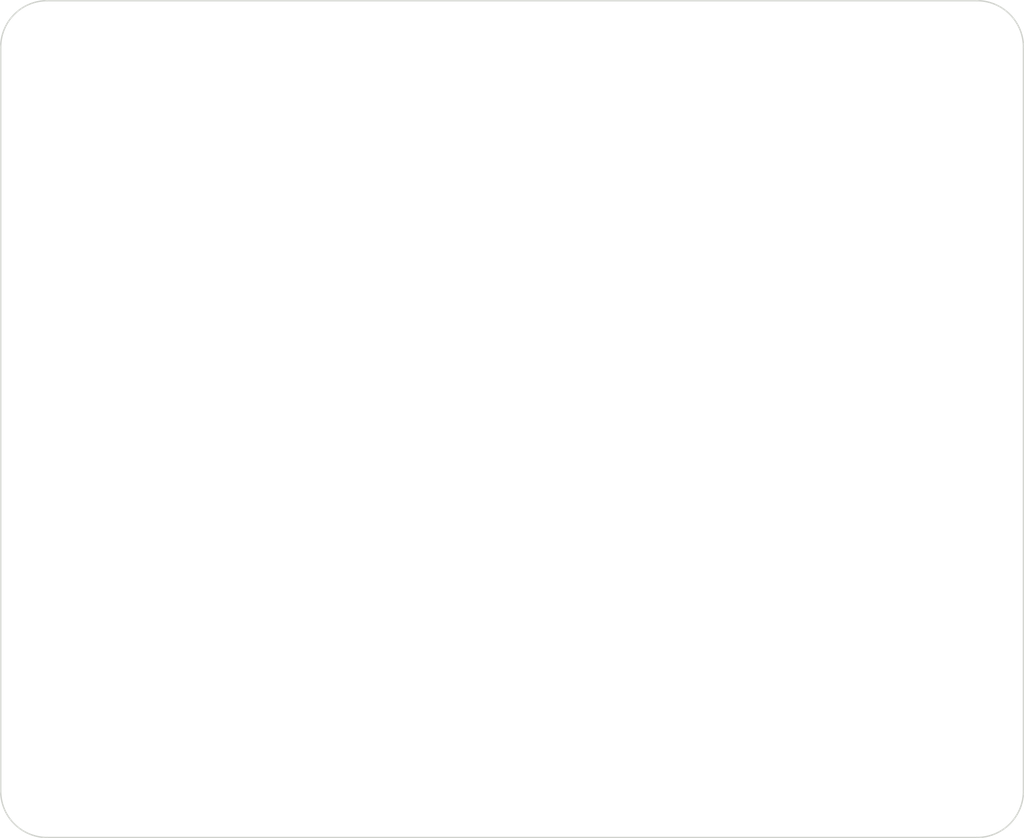
<source format=kicad_pcb>
(kicad_pcb
	(version 20241229)
	(generator "pcbnew")
	(generator_version "9.0")
	(general
		(thickness 1.6)
		(legacy_teardrops no)
	)
	(paper "A4")
	(title_block
		(title "USBHub PCB")
		(rev "v1.0")
		(company "RICKY")
	)
	(layers
		(0 "F.Cu" signal)
		(2 "B.Cu" signal)
		(9 "F.Adhes" user "F.Adhesive")
		(11 "B.Adhes" user "B.Adhesive")
		(13 "F.Paste" user)
		(15 "B.Paste" user)
		(5 "F.SilkS" user "F.Silkscreen")
		(7 "B.SilkS" user "B.Silkscreen")
		(1 "F.Mask" user)
		(3 "B.Mask" user)
		(17 "Dwgs.User" user "User.Drawings")
		(19 "Cmts.User" user "User.Comments")
		(21 "Eco1.User" user "User.Eco1")
		(23 "Eco2.User" user "User.Eco2")
		(25 "Edge.Cuts" user)
		(27 "Margin" user)
		(31 "F.CrtYd" user "F.Courtyard")
		(29 "B.CrtYd" user "B.Courtyard")
		(35 "F.Fab" user)
		(33 "B.Fab" user)
		(39 "User.1" user)
		(41 "User.2" user)
		(43 "User.3" user)
		(45 "User.4" user)
	)
	(setup
		(pad_to_mask_clearance 0)
		(allow_soldermask_bridges_in_footprints no)
		(tenting front back)
		(aux_axis_origin 92.6 141.3)
		(pcbplotparams
			(layerselection 0x00000000_00000000_55555555_5755f5ff)
			(plot_on_all_layers_selection 0x00000000_00000000_00000000_00000000)
			(disableapertmacros no)
			(usegerberextensions no)
			(usegerberattributes yes)
			(usegerberadvancedattributes yes)
			(creategerberjobfile yes)
			(dashed_line_dash_ratio 12.000000)
			(dashed_line_gap_ratio 3.000000)
			(svgprecision 4)
			(plotframeref no)
			(mode 1)
			(useauxorigin no)
			(hpglpennumber 1)
			(hpglpenspeed 20)
			(hpglpendiameter 15.000000)
			(pdf_front_fp_property_popups yes)
			(pdf_back_fp_property_popups yes)
			(pdf_metadata yes)
			(pdf_single_document no)
			(dxfpolygonmode yes)
			(dxfimperialunits yes)
			(dxfusepcbnewfont yes)
			(psnegative no)
			(psa4output no)
			(plot_black_and_white yes)
			(sketchpadsonfab no)
			(plotpadnumbers no)
			(hidednponfab no)
			(sketchdnponfab yes)
			(crossoutdnponfab yes)
			(subtractmaskfromsilk no)
			(outputformat 1)
			(mirror no)
			(drillshape 1)
			(scaleselection 1)
			(outputdirectory "")
		)
	)
	(net 0 "")
	(gr_rect
		(start 188.5 99.625)
		(end 202.6 112.975)
		(stroke
			(width 0.15)
			(type solid)
		)
		(fill no)
		(layer "Dwgs.User")
		(uuid "11233dc6-b036-4794-8462-49be92229c47")
	)
	(gr_rect
		(start 92.6 110.3)
		(end 107 101.3)
		(stroke
			(width 0.15)
			(type solid)
		)
		(fill no)
		(layer "Dwgs.User")
		(uuid "1e5c3775-a20a-4073-9d89-d8bf8e0e68f4")
	)
	(gr_circle
		(center 197.6 56.3)
		(end 200.6 56.3)
		(stroke
			(width 0.15)
			(type solid)
		)
		(fill no)
		(layer "Dwgs.User")
		(uuid "28f55a7c-b527-4957-9310-c4693d8e562c")
	)
	(gr_circle
		(center 97.6 136.3)
		(end 100.6 136.3)
		(stroke
			(width 0.15)
			(type default)
		)
		(fill no)
		(layer "Dwgs.User")
		(uuid "35482917-caf5-45a5-a4d6-78aa73fd991e")
	)
	(gr_circle
		(center 97.6 136.3)
		(end 99.2 136.3)
		(stroke
			(width 0.15)
			(type solid)
		)
		(fill no)
		(layer "Dwgs.User")
		(uuid "39172428-3b4e-45c0-871e-ae6e6b9ddff7")
	)
	(gr_rect
		(start 188.5 79.625)
		(end 202.6 92.975)
		(stroke
			(width 0.15)
			(type solid)
		)
		(fill no)
		(layer "Dwgs.User")
		(uuid "7682e431-0f4f-4a34-b67c-a16d3bcc678d")
	)
	(gr_circle
		(center 97.6 56.3)
		(end 100.6 56.3)
		(stroke
			(width 0.15)
			(type solid)
		)
		(fill no)
		(layer "Dwgs.User")
		(uuid "87af10e6-4b46-4fc4-8b7d-564cd326dfab")
	)
	(gr_rect
		(start 92.6 79.26)
		(end 108.9 91.3)
		(stroke
			(width 0.15)
			(type solid)
		)
		(fill no)
		(layer "Dwgs.User")
		(uuid "9f0def43-9d25-424b-8517-9c23b3ed087f")
	)
	(gr_circle
		(center 197.6 56.3)
		(end 199.2 56.3)
		(stroke
			(width 0.15)
			(type solid)
		)
		(fill no)
		(layer "Dwgs.User")
		(uuid "b19aae25-8268-40aa-adac-f5ea3c74f236")
	)
	(gr_circle
		(center 97.6 56.3)
		(end 99.2 56.3)
		(stroke
			(width 0.15)
			(type solid)
		)
		(fill no)
		(layer "Dwgs.User")
		(uuid "c9139bf5-97ef-4291-89df-09ffd6f4823a")
	)
	(gr_circle
		(center 197.6 136.3)
		(end 199.2 136.3)
		(stroke
			(width 0.15)
			(type solid)
		)
		(fill no)
		(layer "Dwgs.User")
		(uuid "f061a2fd-da1b-4a61-baf3-0670d087f272")
	)
	(gr_circle
		(center 197.6 136.3)
		(end 200.6 136.3)
		(stroke
			(width 0.15)
			(type solid)
		)
		(fill no)
		(layer "Dwgs.User")
		(uuid "fee9461c-0f46-456d-b6d2-5354667cc172")
	)
	(gr_line
		(start 202.6 136.3)
		(end 202.6 56.3)
		(stroke
			(width 0.15)
			(type default)
		)
		(layer "Edge.Cuts")
		(uuid "0d695f47-488e-4144-a6f2-24082363e830")
	)
	(gr_arc
		(start 97.6 141.3)
		(mid 94.064466 139.835534)
		(end 92.6 136.3)
		(stroke
			(width 0.15)
			(type default)
		)
		(layer "Edge.Cuts")
		(uuid "16afdd8c-082e-4b84-ab91-7f4d27872f4f")
	)
	(gr_arc
		(start 92.6 56.3)
		(mid 94.064466 52.764466)
		(end 97.6 51.3)
		(stroke
			(width 0.15)
			(type default)
		)
		(layer "Edge.Cuts")
		(uuid "36cbb8a8-8af8-4bd5-81ee-22b631c27011")
	)
	(gr_arc
		(start 197.6 51.3)
		(mid 201.135534 52.764466)
		(end 202.6 56.3)
		(stroke
			(width 0.15)
			(type default)
		)
		(layer "Edge.Cuts")
		(uuid "83c39a75-fe30-4994-9d50-f4cbce825cbf")
	)
	(gr_line
		(start 97.6 141.3)
		(end 197.6 141.3)
		(stroke
			(width 0.15)
			(type default)
		)
		(layer "Edge.Cuts")
		(uuid "a5774583-5aba-44d9-ae4f-c2386dd1c7ff")
	)
	(gr_line
		(start 92.6 56.3)
		(end 92.6 136.3)
		(stroke
			(width 0.15)
			(type default)
		)
		(layer "Edge.Cuts")
		(uuid "bc71f420-ad4b-4414-bc28-c825e3840efa")
	)
	(gr_arc
		(start 202.6 136.3)
		(mid 201.135534 139.835534)
		(end 197.6 141.3)
		(stroke
			(width 0.15)
			(type default)
		)
		(layer "Edge.Cuts")
		(uuid "f154b6e3-530f-43f8-ba5d-e11b580210da")
	)
	(gr_line
		(start 197.6 51.3)
		(end 97.6 51.3)
		(stroke
			(width 0.15)
			(type default)
		)
		(layer "Edge.Cuts")
		(uuid "fe3f3181-f40d-47e0-8bd7-ebcf773ca228")
	)
	(gr_arc
		(start 98.1 140.8)
		(mid 94.564466 139.335534)
		(end 93.1 135.8)
		(stroke
			(width 0.15)
			(type default)
		)
		(layer "Margin")
		(uuid "00bbaf6c-58f9-44a6-8591-e06a12cb8fe0")
	)
	(gr_line
		(start 196.1 52.8)
		(end 99.1 52.8)
		(stroke
			(width 0.15)
			(type default)
		)
		(layer "Margin")
		(uuid "02b94fc1-82c1-4bc6-bbea-5d719380d82c")
	)
	(gr_line
		(start 93.1 56.8)
		(end 93.1 135.8)
		(stroke
			(width 0.15)
			(type default)
		)
		(layer "Margin")
		(uuid "08de169f-6c97-4599-881a-fc2558b7e715")
	)
	(gr_line
		(start 94.1 57.8)
		(end 94.1 134.8)
		(stroke
			(width 0.15)
			(type default)
		)
		(layer "Margin")
		(uuid "0d6f8004-1479-4a27-8e39-5a0b8d39b488")
	)
	(gr_line
		(start 99.1 139.8)
		(end 196.1 139.8)
		(stroke
			(width 0.15)
			(type default)
		)
		(layer "Margin")
		(uuid "15e2a318-a80b-4ee9-923b-b4a9516c52a0")
	)
	(gr_line
		(start 197.1 51.8)
		(end 98.1 51.8)
		(stroke
			(width 0.15)
			(type default)
		)
		(layer "Margin")
		(uuid "31611314-9060-4c47-bf6d-039b292351b0")
	)
	(gr_arc
		(start 99.1 139.8)
		(mid 95.564466 138.335534)
		(end 94.1 134.8)
		(stroke
			(width 0.15)
			(type default)
		)
		(layer "Margin")
		(uuid "3a6d668e-a4f4-48c1-be0f-71995c85e30c")
	)
	(gr_line
		(start 98.1 140.8)
		(end 197.1 140.8)
		(stroke
			(width 0.15)
			(type default)
		)
		(layer "Margin")
		(uuid "445bdf4a-c246-4bb9-b633-cd8e4582c0c5")
	)
	(gr_arc
		(start 197.1 51.8)
		(mid 200.635534 53.264466)
		(end 202.1 56.8)
		(stroke
			(width 0.15)
			(type default)
		)
		(layer "Margin")
		(uuid "6c40ac6d-8d71-4c18-b8a8-598029d8de69")
	)
	(gr_arc
		(start 201.1 134.8)
		(mid 199.635534 138.335534)
		(end 196.1 139.8)
		(stroke
			(width 0.15)
			(type default)
		)
		(layer "Margin")
		(uuid "80d15c50-06f9-4ed9-bc1e-9238a4724adf")
	)
	(gr_arc
		(start 202.1 135.8)
		(mid 200.635534 139.335534)
		(end 197.1 140.8)
		(stroke
			(width 0.15)
			(type default)
		)
		(layer "Margin")
		(uuid "a2d9b248-a425-4f62-81b8-531c2e3e0b77")
	)
	(gr_arc
		(start 94.1 57.8)
		(mid 95.564466 54.264466)
		(end 99.1 52.8)
		(stroke
			(width 0.15)
			(type default)
		)
		(layer "Margin")
		(uuid "b0832637-0fa0-4571-9e2c-c0748973fe4a")
	)
	(gr_line
		(start 201.1 134.8)
		(end 201.1 57.8)
		(stroke
			(width 0.15)
			(type default)
		)
		(layer "Margin")
		(uuid "c45c6b8b-afee-4aef-9229-635773a6005d")
	)
	(gr_arc
		(start 93.1 56.8)
		(mid 94.564466 53.264466)
		(end 98.1 51.8)
		(stroke
			(width 0.15)
			(type default)
		)
		(layer "Margin")
		(uuid "edcd2548-5a62-42ca-b830-ccd3bab125c5")
	)
	(gr_arc
		(start 196.1 52.8)
		(mid 199.635534 54.264466)
		(end 201.1 57.8)
		(stroke
			(width 0.15)
			(type default)
		)
		(layer "Margin")
		(uuid "ef465f14-84f4-42e7-ad35-045162b3ae53")
	)
	(gr_line
		(start 202.1 135.8)
		(end 202.1 56.8)
		(stroke
			(width 0.15)
			(type default)
		)
		(layer "Margin")
		(uuid "f7ce09f4-f4d0-4698-81f2-95473e6846bf")
	)
	(gr_text "USB UpStream"
		(at 100.75 85.28 0)
		(layer "Dwgs.User")
		(uuid "0d636b62-2045-49f9-a295-97c341f701b0")
		(effects
			(font
				(size 1 1)
				(thickness 0.15)
			)
		)
	)
	(gr_text "USB \nDownStream (1)"
		(at 195.55 86.3 0)
		(layer "Dwgs.User")
		(uuid "10707f2b-c1b3-4339-8aac-85f2cccfeb6a")
		(effects
			(font
				(size 1 1)
				(thickness 0.15)
			)
		)
	)
	(gr_text "DC Input"
		(at 99.8 105.8 0)
		(layer "Dwgs.User")
		(uuid "ab49a40a-3fe8-403f-87c6-6e3a0850cd24")
		(effects
			(font
				(size 1 1)
				(thickness 0.15)
			)
		)
	)
	(gr_text "USB \nDownStream (2)"
		(at 195.55 106.3 0)
		(layer "Dwgs.User")
		(uuid "d0779a6e-39d6-4e3f-adef-936ed14f4733")
		(effects
			(font
				(size 1 1)
				(thickness 0.15)
			)
		)
	)
	(embedded_fonts no)
	(embedded_files
		(file
			(name "KRICKY_A4.kicad_wks")
			(type worksheet)
			(data |KLUv/WA6n4VhAg5exR4QJdBIIvIBlAcHjy4qVkVX+dDTdV0ZWLz2JPySMkqsydUMysPI/QVGEAIQ
				BhD+RJjuKTYxKsfIdpWV6vDk2J5X6Aglqh4UC2xAIBBrqFjKgLIEFL70rplzvTsKtThsjfhKsFc4
				KAaXhiJOWh0oyucvqJd3vncTh1Pf9phSvUYzWemO5GYHMRO4wNzcrdvGbmkw23Q3867elJzKnOT5
				U2qlPyy6R5igJwnWcftSo3xEKFTCVGTLrwxpcHEQGBhkYkQuPdcgnEG2F5EP5CNa51jLRe3kVCJQ
				OOKjKu4V9vEbw28KMjL2J9HO2/AwbO5rBkCepobE84GoRE7Df/Ul6DBBBiuBucXKwoZpULHAucC/
				v6M0ioOa8oPOzBsm+nCxk3ovNB84/Hw2x/o3Jx58FbA26hBCUk0RnIiJ7jKuutipYI+ESPo+J+a8
				1UbSuWRD9aYNkL2Y6qMDJH78T1RmmeU3lun+eb7pnkL6hdCRUYm4Oid4k3eQcmSDzZva9WYZG5vD
				8RI2lwHF50ApCMUIEfyavnidnG1Jo/GysQRMnkoBkG56JqDqhOA5VEtziSz6XkuRzoT1IJnCiBho
				p+jRmEU0qRZ2W1hHBl+Bwzdu2ZBH0HA5QPq3PZOtSSymZZ4qIjGo6m4hqNArtsaW2mGtfH5FHATQ
				Q+S02544X+Rak0OgIhiQ30s3kktwdjypbDfJDJsHWjV87PbbWi9vWtG7VrQ/5kvJmXkdJyb+nDx5
				ZFBrPEcgCGVrlIl/AxZtbnnD0amS5zA5N34La/lBdAk2i7sqobBg0xNqZQGhlBoVhty52p4iBi/2
				y3aOMpklm7yWeMs0Lb2gZXKQyc4kcdMzPiXKbHDi+Aadg/+G/0ib8hJ5LiVfq7eBswjoPzDPSKGg
				i0qzu5XJRKKQoIhYVw92HE+jrPOPglHfNYG3tClgmQQH3tBPhMnZ5xOy/hagvR2KfL3HR6UlexVc
				uY6uzJEK1UkSpcQLUPqnrTCiG/UP5dvXbFCNmE0GwwmrIhLSpMRPH9BoFttJYeapsa0j3VzJ/4T+
				TcHYDGO4pt5PM1ban4qUH/vLLUZCdyriUscWzy/HDj2lqVausqjuC18RpAoKiUCf4oP+rB0o51XK
				4H+9u4oGA1Y1Ohf8V3+kn8ibtkefUyWd12mtfGlhDUUdJAtKBfznDl0i2ll6vwqhgwn5m7d2SYA8
				vEbFojA64jva0N+ksKWDbzcMxpf5B7T/5V+tQFWBkKGaeMeEQrYhbiOfXUrKj5ryIDuYbh/HYBFF
				Fs/eaEHnhi4nuMKHnfHZg0EygMW+oBu8khyTIg6nXtrinrGN3xhNaFjZx3EVa8WE/6BopfLQ00eW
				DhvNcl/ZNJyyNhx4Q5OzV3cGdgxqfEGhoPQLGHootDKrMLAMNAbkuTyTONBBh19iAkJICdWoSGBw
				YNZECq0c1vC06phCuBAY1K5S7IzdLQQRwciXw9mI8t8Qf4I/FmfWakUqHhCDUBEoyzAyEBFijgSr
				LAyawq4JVhwobRsiIIUzOP/hmbtFm73TRqARB0UUmCJRGFuxxKihHGffRMmnPaDAUyOjioyydYcl
				Q8ESDVmDmMo9i+oMKgwrihKHV4i2qJS/N41dmQYToMMTkWpm7p3yGZBXhGJZbCe4Fk67ru9QGFkM
				nw3ChRTNa/HmZXPL/Ok1comYG+XjxNe2E7bbbCgbwpRIB9fSYWKpGIiHONeHBidO8HH6wT8WludD
				MF+Ec+PlbEna3RvPu19lDQfP7W35Fjpbw1+JbvwvHH1reJdWnnv9+Lpt8TwzN2Ao31R5fcdAooi8
				tshTw2tjHnncu0WkOJp1LnaKJDdl7PkTyO/kFcYPnTHlw/KRxUIVGNtFOPyDEeMMDtbcdjx/iZsn
				bXjJpuEbdxRAn1ru4fA2wWt0I6M9eiwOB5rsvcSBFNI/BGQX+MeCGM8tSmvzbn8ZxNduJ5Ygsjlz
				U7AGUoZ6gnDqPl5cXNAvGDAEG4QAV7T7xpCK8+Aaq60qCNqr4AIC9AXxtzx6ddA1G881ZIMjz5ur
				c0jQiD69wC0gxD5EZPKVEhSkLZPLc31bcGoyWLaQhyFXv1eR7SGgY/6C58qG7xqHVt4Nf4KpvNRe
				uZnLSju9gYTDk8M+llJSyFsLNw7pKhHzWrHXLfqvHGExxVzs9cmkMMNuMW+tziUFb9rWettSsHCm
				DEXAF1spFomllau40GFhYTtlihO2lE8b7TEtugfNoUKDAZkHMm1SzVmwgelAwmHoFC0biIfxPGtu
				1X77yzJY9LFeT9wDuRH9jXHICFNHYANFMXgGWQezZQ9oiKil0yFFPyp//A99GRVVTO1C/AfhzDt0
				Q98swLvF2DmoSGXnAXr6Zda5xWyvoEB7+03hEJiXTiKYkpLg6seVJoFg6Yq1+4uDXQMXciAOnXpp
				fsrW8iGZRr7FRQr+qNV5o7yiJD+8bbhfxn51LVRJQkzmGMEm+HRlFYiF0/C3jwqGcpkv0x99tizK
				ZcYvDy2IaNwybpG9Gi3C6DI2knpmfnJYDcFwnJcDttIfoH5Lzty5uDPoFo25D2BFcwdBQIURg3So
				IAcqfmMsdI8G31QxFA6ZTY0P1yWjLyff7qX05y43jf9iK5i2uDA5le7XYflVPiXko0KKqFLWiKsT
				EVGMjCjHoZ8MwkhipNkEetuWL/1rL325oC1viix2cac0AwzxJXN38/1oCB82TtUuA47OeTMTBOLX
				GPllTgcOp8ITmvmJfKof8vcXiJJ/9dfYhFfgRsRo+d+LZBgDLaO8bV8Ymj+1o5ATupWkMrd1DtLb
				J6LfdBy0Yg4vQPUnTSWOfRyW/DYPaXHy1ZdxzPzhlNfOjZBAP+qym2ZiIkjT0+/MG1IEVT6akBDX
				aK/irgmrVUzbz1SWnOtLp38AKpgXZuSUG569qVrHxfmCM0WKICCyzXIWMzySorgosiBJCNaP2oc+
				op/gGc/5mGc+p5EObp5QeVW2gQwWJYCkaj+wB2JgeDHCeyDS7lhZw+W0QeUOevWlPIU6tMPD7Sns
				9gbSX0NpnziB4YCg5ZcizYc1WS5EJcGj3syhVFYw9P8oz8OFAS9UE5cCw2FhIWK6Yk8WgcVNqixU
				xCCgODo3/1FbYF+ydKtcxB+Dv7pOX/Qp3aXQlhda51zLr+cJD9KAqmei2GIZKU0YWaRIhkxSc3bn
				567OoLNfT3m/6oA4KEyrK7PBFBW6UZAIzD/7BoXYlq5k7LPeqTpvRObva/IFZT6yIRP9/kLAcqXh
				FH0VHrTwueUrxNFOrLCpXm0sujAnxFxduxfJk48VbQG/r/1CG2V9DwiYQiMVCKppYlSetjkn1FZ5
				hc60Jk9raObydgYdY6Wr0n3jPpTNM0g8oDFOSb6mc5WSsvS/KgYlS15of8KmXAbEN9SwnNVi4lX6
				Eh2Hb5+jWI1Xu4j//xuj8BetNYON/8jScv+NjGUEyiY6HBRwzcwT7WAzMbGFjz+ybYgP56Gcbt5K
				/gcimnN1717L85UROzeYHIax0N6QhGqk7UGWd4Z2Ox5BDP7izcD9IlleA9+HyAItRP7k63kcWxPZ
				xq1qeD3gV0MbFCiIpZJbFJj4yT4LQQ7rvAdMXmNGQEbr7rDjAWZO6lLpw0+MFYdypUXPoIEIDo6g
				bKtm01ZoKtqYKGv4u5qNL6WrcxOcGy9PH3EGXJlY5sRyCjIUfirXS4AiaYUO/Z7sG5MSl3yYfi59
				/hXzr6fUlzo78gQTEhSDyxIWKdfFR4TEOawO0R0BEYojYVOoTA0zy5l8suLl83hAeyMgsuTfNk3w
				pq3mLbtOdyPUKjxBkCt5GIlxs+djRfs+//vszdk69/pJalX2+dZ+YuNVNfmd5g+aCwbPIzrQzE2y
				aTj7fYsvSSJDNZq10/BETE35RNZi/Rrewuh3YTLjJjNEcUQJHmLlJ7DJPwwJGj4yckAuqUSQNlHt
				OdVsDgOYzJijkIWkKrWxqiDdV2wno029wgJO24RsgUjBdJ/DE+8VmgHHcU4jNQWk1HbdFbYrGq2O
				PFyQxw4z+SsryJn0A5Ut787afruL8s52zxhsFbtosqjdGzJXiIwiREemoLQYExVZLArIVw9Egpkh
				VEZixcO/jxriQEAwn4C8UibbiZRiMFABkD0LhEGVSJGJlZuvP0/Rpt/svygG9dziRJdak4mamXcL
				h3Py2fLDvMa/CIuAu12OxdGQYX7PzI3E0i0n00k/RZUZ9DVjchnix0I10kFtL7A1FIGhQ+Y7EFKX
				Y8PZIsxZJPtbFnOknPnCsGDaNJ4bigSJIMCgrB3SJLF1e/ChJsLBGv479SXGlpQpz0UfSLZGVLAG
				i10E2GRZbqh4FaDCo6NiWcP9WgYtCSh6sCtnQXsL8LAWRsrCtPq1gkhWrOlEJwlPXHBenL+1UJDs
				eKfeGPotyfOZnL1sglB5AA2IOsBFWPIu0ME8VY82WffwjMxVo8/5xZs+LPX6eD+93dXkFAtt3pHv
				/WtZh3M1hpX8Euh16KV40g+CyeeRZk3bmCiKPs11XZyB5q3hqqZxsgZqWibBChR2LAOITdFFVkPA
				kTwKW2xcbLagxgMdbfCsrJgiEcfYELxwYr0SrCi6CEGiFVdrBcVQLQhcxLVWKCUazkjQmopKlUkI
				kobGiu6JhKs3hanrfQZS9TzuKFxqRKDCAhdpCEHArDWkkF7uynk1EmgIw/lwGGvwGrlQZ4THocaW
				uyKpitoMzbjDSQ4KjnU6dERwoohOrEFzaBzoieZIYbedjJ8xNtnTb6m0XxFQu91RSoGEKXN8oHZ0
				WLywUk9PYEZDGKwIoEuMfFhcX2/CRRV3/S43vRJriAbU77PU7nJRC+3n9FUnlADLTrLkwSWHhDqJ
				bPiFCG39wvPwPk/yOrdAqEgEJ3HGQEFAgsTQaUZLuNoDaqktNxkOp3QhTHNhIRmi+QbB42b6Mqoq
				EhHOBUm0tXBO6YimqJCdFedwECM1UlRFJhdj0mBuosJMNQPPnYg+m6YiNFA2OQfVPFzTzPylrsLc
				QIMX0UAX3ECYaTpXaz5XO3gquHkmw+xYB9OpELMzDQAAksF0poLpRFkBGlRm80RV00DOjHCoaQaN
				05icFSIIg6bpPGX4AA4QY5E8EGAcUKriAXbFNUbH5FAQxjMICCCMwSxY0V3bx0BAPyCAgCRg0Jot
				EzwMcyQIOLJGi7BKQqUDqooxesABkAMQBAHKEWFd1akx2iVHcgyARA+Iy/IkeALwBhCArAZwQCyu
				b/sPeEtX3Lhoa7ayRgmk2o4HdAQcxwEdqbyIk0vuYA4IIIAxBnDANYADYrZc1/ZwIKAfwBiHJqgI
				XOQtAGqe6mJAAQIIUA4wjsMwGAQsByy+AVHXQAuICgRCxYACHJCAMhah930Xbxmz5eGAxUdjWJEe
				zQIJHGCM42gciQEAELPtPw4IIAfArTuAYwAHjHHASALIAUZgQb8HFkUOiMXSLQ8wDiDZ8i3Ztz3E
				qnFA/IoxPIABHFCuIhsfytcAaxvH7ei28Wmir3EcwKLmK64LiH+pHiBwIMA44IxJdC5ZVD1AAAHH
				AWWNwjFdxgYAgKuIS9hAADOABQwAJcsFqO4ADnjbWHxLtjQP4I/jSBADOYBtUfgtZQMAIAACgBHz
				AkjxgCIMEKAy6JT5u4UVbI6xfKcanYkJobjQEsStPGReTcM37Os7sx5CTTgg1/wDYrmJ6zpvxJhD
				/mfW2lxMUI3nisNZ78Hzm85kbMwbJvzJCXX0ZNOeHIIiWjQWcdLCQBahtr8wrY9l68zcEFQN7wT8
				YtJXRAw4OYLc40ORNpbglmkD50btQqegvyoaPvmF0sSFW2qYIoKvAuVTiVdEAlNC7Q21zbMzGz9b
				NhHZcjw0fq32zv0zArvK3OQgiLGY0B9tskLSRLCnp4xtkAYTzvyd35FRE5dMYPGlBW9V93PftEBG
				q4YSi3kWve+0FmBiVztl7msOT6atlBSvyplvBX54zyI6WInrBckuSwYuklKTuNe3euFl1CACcHEZ
				IMXVX6aQdcJHs9kmdDOX6/0ivTM4vmHSmPWGoxNQGWFX81dvh0ogtLm4aH4UtPfrpE/wZ0cOOXq6
				p5q8dgpV5xc3c3IB1nUnCOsMS1Nv4dvGDQVtI0KamHmNidONEfi03n/eVmZMGdDcsoWaFv4y4MnQ
				C4kz/ppti9REbNOZEAaktRVrcjAOM9eWDeInIteIXPDJYmOLHR6awtJN8z+3g1WTg6VjPbqOjCIO
				S/oVJKRzExEebc7gocI+VwvZvoz45MAkGWyiNcZiWRQWLgoDYgrd179xvCUosh3ss57rMQZiqkQV
				s3x4vOftI53YCCCxM3ME+TVW2N4Mar9GGXWjhivCEwQqrCssC7Y7zyqE6zBoB0+h24tsKbJ5y8Td
				+K/eMxVWMdpvKLkaGSHnPYTrF19l4muT8xOo5kG3aYs2fUV8RaJdQEw+DghNG7AUqVQjEj+aLZNq
				hDImFKsBzA23S4Ar0op2TcravsaB91K5jd56a0n6Danhx2GhA1lXd35TFcHhPzSJvtynchHnjqV8
				2zKdJFh0W5Ff6PJK2CknpmhK8iygYFCsS42FwiMOpFa+Coc35bpKX1CqDscPTtk+NQQ14ZIJLhwx
				sMV0kOjFfnIZWeJspw62manClDWcCzzl5dei4dtJmLpNX+nBLw42/HvdV3J+MtDT0fEv7HDK3LFL
				//4DbwoRBKPEm5beYHT+i8MGLT4JwQod4ZQfHv4Zi5eQL/MHF1DaFAzNW8p/sP7qNksX5JdAkZoF
				UWoNlsLhusOb7dCrqZuE3KTKxep8z6Q3G/9P/xqUgRGawmEgt4iBewfPemnxPRX40e/XXUcUx2r7
				Lc5P2rP3tw0+3lU4HDQ96DBQIpJoY+zqb+FYI23mT/K/y+fm7MHljxk8GLA2/iAs5yWl3lA9og0c
				EZ8oxjHLjlz6GpVlP8uC5SOxa21WlCIyxAq67g9sTeLg7J4vCPb8ovO+hqTTdAPpeYG7eWtZVuBT
				E9morfNpIX8J+eIBUkFJFqr97QfqQsQUXJe0+NgSRlPZprpGsMiIrOHJAnQ7ytAUpLJpDU7NFMjb
				UPNGICT+ysrOBLqCeJs0dyfmbGDJj7u8M/9mX0zjY/YjcoRwCdk+yYjZaIflnrqxDX4VXcTs8ILw
				ttJ2uro2e9HNnKk3Nm9t3g7IjwOrbMNikBAynlVd6jn4IG3XfrOUbM/DaL1zwzzLCPbjzdwxNqua
				XMauBuEKjTMmappNlmO42jKePYFu0re4bfx+qob7nn/zkLt7Yjk86Z7N4Z2p++mNIUOqLhDoXmrx
				B8KkQ6WNLN6Eo0gj1qQNzJi4IgzBNx0gTQ2WJFEbO3RNDk18UhRm8BsoJE56WyVaN2upkjel8idC
				KU9w2jWKFSiDXhcU+aOHvpm7CpNTDleYhhVZxaJj6T0c4OqwPAdJXpskxTIUT8WX+K5N0bLzu8g/
				/uuq7PCt+hJb9+ZgxjWsqD1eDrAzX1jKkJjSCB0WOBD2revNzds1v4HICMJJ5q03WObQigi48wCT
				sy7UxDGgwHvAvQpM5CH9oU3FXsO5cOYex53j9Cl2ISSEJ5Ul1/1Qul8QLPQu+hdkS5EvzzRHPFsu
				u0zgltV43IZYEUhV9epivASWku77gX9Bk4wTkA5utXAjyBNFZh7NjxCaw7S6LCauzg20TC3ifpvF
				JyhSjbDAKDcswa+98KOsK3hIxbCnKlOf8rX88tnb5h160zSB2w5BsXL8UMhmcCS3YyJOZuQhwzGC
				6+C0yXreAht0npImYstWuRuaqxt3BlxdGQxzv1eA/+bhH3YQNaetzRun4X/0dj1IInNxGfIzE4TG
				WvJhZlBmKJQnCInc2Qra8rTDgOJdhwQFHSrNeIGvpIE/aKqB9oDCChCQbFH70DnmNJ6r8F+3tWwN
				H5uG85QB3y0BgoE3EGiWxm+LyNy6BU5X90j0WiyshM5YEEYOa/65gqIX0MdeUpPXm/elr2MUy6JR
				MgkV8qIjkzhK0MqnVQRI8LvHouglmn1jGou+4kCwB8Kl/lggiF2WXqSGQiBQK+bDriAhOeKUQhh0
				n195lX6peWMZqI4/GP/lfLpici5eIONM3PQuItizokTgeDapLNA+3rbvcr3TWLC7kWPKO5v8UB+W
				hXfAUyFfTZ3eAANvsE+c27awRrMPidl4Xm0FZt55y9LIYEcHTUosFDwKQdxtCCpHW6ASxXYdLKy1
				wZCTXYN6ckGPyxMLyHzMkyOU4lMRWhr56ag7RIOfyIKkwXMoj5H//avM/cfMOO13sDu4EHEyWRK+
				EU4WayHBFRITN0+jx0FbKPLFEfpzap0id6FuS3lAtKnnenO3qAdVakcadPjPdkSCi3+UaIQV0EOy
				NZeBZTuRxZCOUii61jC7HSmXTwLv620lGlMwVPQf/zAhttFZ56O0xc6NPNHUwSFAL9Dh4movyGPm
				RsuM4odEsYNfzLkAzNcRNNZVAbdPUVO/KTSZsimsbQhWyBzAEkaR2TtjtLOHs7DRqnNnoAiumfnr
				nCg3SP5P8a+wquEQ6HxEB+uk8TIhrLvyKzhDrH5k7AWgRGnRP/pZByFeE9QS2pTIf7KcOYhu3r4U
				DKKwDgx/XKjUIoqlZCg5s4Rk1YC7rIhYPIGKz9oGYebcYmOKGPPpMHOOBt+EaqStm3VFVWljcNva
				sOlLXVAjdWgOM5Urkoyx9mEe7RhXDD6kZWzhcLXRrmn4Fj5b5pLnXszN40s7HR9jQ0jnGMicmVuL
				FXFTOkWTq47ny/m/UwkGbJnlnby12CDFvaX8X2EE3vpwBqAxShwxInlUKZENyaCvdSpz+BcsW+bs
				kpv5IXLPaSSNPTzXJTBEjXcG6U+jNaFMAk1AINkXKHgw2eXYeDZ42wofU2g0OCfbXgMmxwb7VVue
				2M/MA8iTsAO0zcCVSuaYWRz+Mai4ysqX0RYO7dJp+EYwJn/J/R7y1MTtHxxtNR4K/Qtl0t2U0Rl0
				r8lbbwbNDbn81DGSHxlDFVbqwHKPFaqStFXl4ZciJ3b9mxRhkbVN0DD/LjZJca9TBr23oSeyQgXn
				ii8FTDzZQ4L4X/fwsl6Z7pk369m/sGjMzgSUQN2Gv3yKHHzjZb+61rdNgUrmGwWjn6WK/kzc7GOC
				SSnexb2DGWrbkCkGFKiJvRoIYQRpHSzuz/kzcJCCqLVPGjQ8Wz4gP6Q4Aev8EHgH72BzikFaeARt
				dhwRsk7Gw7zXbvezRaVI0QnKQ3Xwm8Jh8VfWUCJSAymVxi9EryW5uXb+YXVuzCAIeZbQNJySGTBm
				ubHLE7cQ6lKT0cSFYYkgwIOqMjKVEfxKy9IODVwS+ciEXmNNjvX9tttxHLeiNlhKLHAnBLYx0GKV
				06iy87VydD1ROB/2cxJLaXPLs52xNtrlPBySf9IQofOVSw4clQfeOzabygqQpsLlu+DIfgb9PlAW
				fOIam/Rh4MV1JsjKgqwCGb3Cmzmb/pihKY7yjd8s7gxOT9UErpBso7JiAXiLYS0WSF8e+zlzQ+0Y
				nSAv4jDKEacsgalTeknQ4htJqcFAlU/fkGanmsl95PlWE6RZhwcyRRie7tfhMnTlfu8BWh9Cbal9
				ddDhrKDZYjdzyNwCkf+01bn7coVBBchD1oJ6+wvhI1uKMLtDfy+UxpBghDMVbVpBcZBT37Wqhqea
				0/jvNm219WySkJmOGr8FNMIivpg4fJLOrx1zoczdltQ45x/t5KN4eVUN31oGyhzOGp69sVtp1/MX
				CE2hYLgKg0B4hMGilkvGED3xKlbEkvdiCRQodIu+ItSuMp4iDia9aRHITBMt+3KIrnEwhLoq6HK8
				YHJ0caDac98ortjZjkXe0Qm3cMIifw+mKisagicMpIhXkW2CxtC6zDyx4nllUt5qqz1ZDAiPo2bm
				48kLUjNzBzY51sooy77pYjOkgjUDIej9TmfmDYG+CgaCkbbP15rxsqbceMw5tyXy/yyTRDc5lXHD
				AVE4vkYVfneIwJLQK+of6sObHZJlyElrh+2zecFTmLlBWucHlV+I32SJy1OIbrDKsTrpkBQHhlAc
				08NNawHCxiufvH2BLmGhRsFOfHC2MtLZ+D+D6LNldGp4AvlNbTeLRSDq+jcGxDIdRQveSS0UVCoq
				kKRdwXqBHC5pbs0epSP94da5o1gPrOTb2LQoBxxVtUDLKI8GyKFO/8BTi63OVNl8MvzZj3c4aJD0
				oLA0LoM9f5SC9CdzxxiD6WPzZyfmzGHm//3k7ra7M8NXysYAuYnR+c8e1FGtafvtUGtyOaWiOREn
				z52O0DSSaiw0bJbUujxtinAa1UDAoTWJhJJAEFgWQtKCOiO9Qyq19VFueDP2oZppKxcYEdeyh3MC
				8zXkzqSl42tvNCvgInZ1vhi58jUNl9Fn83JrLqZRyUJUPtGpLuoaNgztTZSEIPF8gga3LTLI5qjc
				IlsC2XqXy89RiSJLwNzh9rylxGYmUyxtsa60I0D4shKKuUJRLZS4+d+aHPQcLiPeoRF0RGdsMIvS
				NHAw6YkpnFVAPqWJoPGAyXY8DUjOL5LTQ9Xk28pAonxVaZoqchkNGI1LVLSWeDxF0IvF5KUeHwFV
				SxzoB2W1U0aIcW9ANb29EgMuOrnB4PEfPY/UyI9OGbJ0qSg2aRKt4SOHGhoovvSfxNIQjTmBNlsw
				dlz1hCL89wssFoF4OtWQe0P6hg2GcEqMTZRglNJxD+12OZMrmoWW4fT8WjVuAs+6VpquGvhQzgSS
				DRwCZuft+Y9PzC02ZnlbwP+PhZsEvjeFYcCHN9zu/JCw2QO0jC2oI9OmkvMDwsxjc1NsegMpzwXl
				sUhYrY5I6zW5iY4TVDzzMVyMS+CUnz0ROsszssNBlKEa6VtLRAH1AlZ4ZvD7sQoEnqJNbpz2Pf9g
				jHiipwefqWmXCfSdU759NgxhxYWjRMCLODiK6+EU276goGAfaDlB+9gy4HINtphY6G6C3MVoMLk0
				oSYHj5pTaJEfRv1k6aMSehQcPdVoEjMiEENbTVRUMhK4KlppYQnvQv+j6sn5OyxNqG1xXQmSgUyF
				2QgW7Q05MVrKN8YmHV4lumhl6SCllG7Vrq3OmVkemL9nnU8JLhb8e2zVudDrWJObdTAEprf7Y1Re
				AdU2A3SSUhzjXkE+6QQxJJh3wb3V8B9P8t42Sa6xjhMaR3coBV4DJuYhR2bZWlhIjhF6cyn/Ex10
				Pu4MpM5buGFqR1zRLnnjokC3m6WsvTZSF4S/afLmZqetyLuxMe9g5ZdPVzZqyyYROBWLb5XJdCFS
				1ib7glmmGCPZAkZ/Qn7Bb2HM51BjQBdCTAr3TKsZ2JqL6dJQodLLSUgEYZqZth14dwYXHhEIpH95
				tWsaDkpfcH5s69xZyMq533MbIJnhUWEtWItONgMuRx0SY2z2ZZDjux3CsnMbt85RFoQDCdVI21E5
				hR0gPlfhGrOnOED0/5ZrH7wy1LCwj5XDKWcfjQ/A/PjS4kGod04Dhk/sZU5qLnDEwJ/8kgVEyM7Y
				48y60GZubNY52/KLIC4Ci5BiedMutoArLV0kubTo8PiCk3hNOH/2PwbEd0Q2y9f1hhR6dwjZ/Esv
				r1ow7I1GqqsAp1FlDLLLx1fIGo61ASwekAUvIUwONrxA/fbQNDxxvnpybsCbRBx+63mGrNlrLwk9
				c01hqpTbzCuHb85mebg1e/OK/JX7NQRqgzpRwpxOVocZC2SUpybuYhXhoKdmakTqHUA4HIQY0Ki9
				Nx6203CwF7EdHLoaGPouvqFxIG7nEveWlukOmqKfva37Qvi33riGFigEa7LQwMQC9Nb03Do2/9eV
				joysvKYMrs4rp+Hjkn5p69xQedNa0CCpNJpeZFi8K9cyNBblkp+4EK/ylK1RPFQwZLJOD5CnMF3V
				sTPkEREryGPnQ2TX8SPD8sLkncgTiX+tQ64GmvhVoPUejGgMenxE9B4/8JTjZ3/QQ6kpf1rnpxHS
				MkrYcTariABdn20hkXxGxjSiYX08+YxsHnTU3VW6Baw17tUwJc/omf4PpQFlca1SXmGC4nicH3Zq
				dWZewhN3S2s7g5fUAkpdfdpC+Qmocv9loF+Vo/V26IftQSdNefSemOgvy7z9EplK9hsyJ141BzXD
				iUK0MFTMtQpEXqGvSBOLg6Z/+Zlmne3Fng/UOyUPcR9WwyFn3Kg56d1CsbldEZFuB0Y8RRDC64qS
				d7QO5gRDzGNR9Zx9GIzNQVhP+JVOTVJKCWlvYlURKP6Cjh2m6WyXMTn4uYL4d94mBWv4qMZvioj6
				Exbel3RjunurhIZwvu3ca/LvfLTZCYULbI2I+CY2SD1OjhyWQRCTC0HYSIqQj5hmlz0xtB6f37Ws
				z6mPYxHzIlfOCLcdoj/iTY2xPDhz6h99WTAP1luquJctGCuAnm9NHSS6LRNu5r2yxM1HgnPi8IHV
				uTNTgnmDDJgvjIX+CDCGUDeVBen5T3T1x0MmEH7giH61D/QRsGKe9PHoaMpbktJTjZYQVMPWmoYw
				UIrfMnqTcTF3/oFyYV4m3bIdIMx8qbcsCXYDzo3n1tcMaFF4XcRH1JP0RofEApHUa1zgT5okxvk1
				2a/zaXYlqLDAVKznzK1JFgyD9gg+g4GwgsLHThmyIokSeelPgPsGXlxhUiJPxOCsO8qDWFX3NX/m
				O3qT9R6Vqf/NgWYuIr8xCnG8jSCJXlVqVoih9FjB0vA9+eUPZEuprKjn5D97M8ilx/7mAHeeSk8U
				ESo6YR2wn+ukYqxI1M+lE2FA/krPu8Ic0PKfKMKilZ9nUQ4Ul/PDUDc3fnPkQ/pS2TScExiwS7CI
				ui1hkf7STslYpgzzwlAzh40No7KoPCVbXFELIl53+drwJyQdPMjeGZweKrRVok3pUSZhxBB7kZnF
				VBkyM3tu3zlBnNUchXtqkEUW6SGcUcZlaRBljcTzZf2FPhj/Jv7lYm7Z1HA55SICwyTMId4IFQra
				c1pBEobzXxRpR0rylCvPpOPjwRQ8tiNev81iEQbLvTR6tjoFiqgHiRHxKViQ8cZPDBCOh/4R/wpY
				9JEODjZkLnx98HquElmyQCBTqJFcN5HfgvUDq6wy7pvl8G1bWCX9kqDzRH//65of9srTxP7sxgqC
				JjsMtekdgAXWTvt5bpkflYP/aMrgKahGq+aZOSts0BHoknQD8V3NzA/EsrSB9GvssTuFiv9sdb5j
				Lgoahy5Nb8rQgjGvlQIRCV2wKBLCAiPUx/EdDln4R6RJXZ4iBERQT2+COUIBYXgnzJVFN/INTA0l
				1J2yISSpE+2cMkIF8JA7Cy621B1blh2eiJ9af1PAvJc3hNlE6wnus4sJ3ZlIcoz9OCnR5I1f6GfP
				f8mZQxf3FJrCvIx86Rv7R2SqahqyucMs3ykVFQKy2sz1xMmrajjm8MHDK6xzFuVXMzWI0z4eZ6ie
				zzwItYgllK1J+F8W0E+P9BoQoIdwtRIB79maHVp0976ch86EyVPpE54OctghT/Ob9MX4zYB1QfIx
				UGRcKbMrtXnYhw4UaP9ZPjWRr9v8v82wBq3+qJp6hbK6Co+O3j98KSqKI+myMnZXBP1D/5GkvrZr
				tEKSNSENvjmx+AjdN9a4p95HaokJMW2vybs2pD6CdR5IedOCZVJibXK9Yrs+slQOEKrApS96a2af
				bUwxn0DjaaQuHQWnmZu2mSJPutCWYCCiO35xEKbMx1CNNiFldwhYL0wqFklBfqkS8seHikdMbd34
				305FXSZAu/HckJX5dcV0qT510Ys0eyopVact2YlHylHy4ykrCEcg3II8vZqcSt5GiQMyGqAmkvkI
				7NMjFDLfNMgDJmBtziNSNzFs5pZ5p971PNb0ltAI/FA6BvK2oa4ofmQ+bR5Woc7zpDBI4uUyCilL
				/EkcIE0Rni03/vWdRSG0Q+ZaO7SXJgZcgaPS5BF8L4xcz2AVtKrXMjO1cJRR8BBZomI8haUD/6MB
				b4RhgiIknRjOHWYtsNdweerckqipt3w0OwIN3BloxlpGB/dQXhU4ceLSIWa+ZY/ocEN/4XF1uARz
				RUkWOoY7lwUkfWugTETMfURBIJoa0T8zDwMMtxDst5bPZm+C+RzDDPa471QcFM4HVs88iW3tjzDz
				o94SZWyXdjhbMiDLEXLhEz+m9kZyqMX4A7sugadqn51EZYJ3ldEbaPnyoPp9/Ui0Q2VWIXmnbU5R
				oBXZvqDbs885cTl0M6eGb4LEy0DmxHsBYZZZlhkxzFVMvlxVWbzjPJYGUP6whaW2D+HaPmzH3lbW
				+B7nwWNTiwKOlG0geAiFhK61sHUFHsk8IQ4thXTdlGcenAUNB5ekdY79VZO/yH4bZ3fh3KYJaDHS
				ZCEx1F7GLl9yJgksaJOnkr9v7+2qyzKhKZiKHAtjCrb1glK8lP/orxHe+IOBdj3ykhEXImFvOKSz
				NVl+CNaEv8RgrVAIos2rUTmSPfmoe0DjzoDlBoWbpouoa6t4bxq00MOINhnlI6RV5dqp6DvwZ0uX
				rnfIOnzDGHBTv8Ry5mBTmBaKyR9hkiRLGRzjnEybI62wc2OCAanu6LTX4dRL/n3A3s+sucdnAva8
				+HdZRefttZT4GyVUJiXPex8XehNQzcyt9pPR9gYkTw9cIPspdcDkMFZMcddZBKYbWWZ8fqIvy0Hx
				RDk3ni+eu1+SAuBHW4OgEp1uqx+j+OS2SStSFm0jkMKzt8pblCljWudNLRPO/RYSS90aBuMRArH2
				FfNDRNXzl3iKWfzpnqAyWG/L1hmLobDKdCkmZD48NCBWPR7yYlEyJM109ZXRLyil+B/9HwM66Rb2
				8iDU/uWxBIRtVJTF6lijRgQik5WJ70EkWSsXx9cUspJiVlaO0wt7B+xoVUAqw40rpN6iZcXz0vJB
				MA7228uJPrZG9Oxbdr+ZUQXz1XPheqWkGz3TMcqBOwb0jILMP3E6KEhwsfOvqeytWRcM7BSVI2Ad
				tp4UxGOqJcEp5oj+E8xHE2NbqG/yP1w0lwDLi/OoYuyr5Li4jBQkORBTWInYiz7o//s9xvT6hPZP
				9iUwIBAdZL9YCMibO6sBdDzHI96EYzX0wJwubDLG9f4nXxG52mSdboStc2YVSJWnQBVqVEEATJIN
				5TzG8djrh97ZEcplsKGUkbEhgfwav0mknGCSC9q88m9v2qsxU3SCLJFUQscaIIoxMV1t6BCkjJ0y
				WWpPXYU/Uw4GZSAtNKmYrSQ2I8JJgTkr5irMrnFxJmnVmD5WGhxzE2ww/pC/DFwg8oQw8w5h8vQA
				CRqO7UDTGpsCJiDePEfaeHjvKC4Gy0e6Mz8smjubYuwuur1dXtPw2M5DgFURWZ/bklK4r0MPdyGE
				D/OrmXnmbA0fe2IMQu6FnI75hcxm5j2Y/hThZX03BEFJwFTPrWx/FcRa7S726jVxbegYQ5jXVtM2
				PVoECS5RaZhcCTAY9dcRmEZYnbj4FDZBAF6QhzpDUe2Bphx/inRottMXRNrkAE212gKOGcouWMNB
				Vh2Eb3xwtyK3WitJr6JhYgBN2dkUzBu/blpeKc+VTnky6HJsdwKWvTBu9jRxNWwza6wGEgs4v+uj
				6cycRHgleWk1OTi/1SETUK/U6BlT8vEoYpLAKNgeoJOlSpDg2TcsjrKGU+cPsAxFgPYGK1sjLpj2
				GhDEMCvfrgiUZk1IEERmXQij6KkNjoImsTtRXenEV1mueL/3CIhiQHBA9BZtBR+icuGnCbYJJ79W
				vlqCR3HAUF4eI2JiTHa9H/GCP8xf2gJmK3uX5f3OC+6bBVNBRtWyTaZ938lVpcTAYkSn0U2UPG/i
				f6B4dWg8aDkD6/2MImMCmQBdfIPaY8sTCLNNen89ho1BvwdqY/+Y4082ADoE7iE4ZZuxAVSsaMDL
				WNWFkpk9v7/CReJEka89VB1OJZvyTbo1idHZm8BZfCoVgA+j0ryiTh/LJgaOTiReX52LvFD6bXbp
				L10MyF0IvQeBDuxMfw5aJHn7Cq7ltsjUNkRudPUYLFRLZQ3/mkM2BxehnalZm7ba56m0oDrw0Up/
				xn4XX4UZB6kyMj5a1nBYTAu+I2x9mbu2PP/1CXngSzBd5HAw9aBDLhaYGNV13ZAosTlf+f8CnsaE
				wSahL/X2zK1LGv7AP+oQylAoM877TaAGMaLcI1WnOiBjnYaF8djfo2CqYab9nWt1QMHM1jlclrYd
				cTXwuhpMSbH/qsrbbgybykVoF7fzUPoxyX8o/uRP5dMA6+5AYas38YS6eLBZKJQmdy0UDa1gSu9S
				vYO0BQivyZ0fbZXhCddly/Fld085/vVh5ltCNdqZgBAqUd2EFlVQuoqJNaPBt2OxUknsRqZ8vJ3I
				FmMzKD17U2yRVjxV8D6xCRGZ4I1B0gOfSCTnLmp4yqev+Hp9ysi1dgLa9WBdEDBcQM1KzA1Qg/AT
				Q3pL2WTQHJjm7PR7Nsc8LQk2u5icTez3+KhqYPsX1IQ3AmsM4adj5YIjsDGvq/Y7/2sBJWk2rTSB
				3QzJF89g5DEyUM2MR/nnAyw/IL86eCfhdMOxmmt2mIfq7MvFKuUZFxaMC4FBbBkrDsUEkS4a5V2a
				X/Hs7eA5x8fvtw0cEXEpR4+R68G68a0UEnL5TJM25ef1lBf54TTpLJ2gwFIjghMxDI67RI8fOgYB
				EMABOgICAQMBiAJmjyFGOlFgyyQxihnLszIyZI0VwS1fGc4d7TjMRGITqWthYExbKRqZbCkl7CP0
				1c9wvfNXnjX/5uNDUzBS5lhqmnQXpeMQJPkU+xCgUcRCOKlpoSBZQwV9tKiqc3b+MOhwgobXbhL6
				gNr4LyaYVWI9Ha/WeLmZL67D2fYtnArYEdBvCBKDT80eoMeXHk2OGNsjmBn5r4lNw7dEEvAOsLsh
				H7koUMuX6SuozDtmUbppz5ZTrXO6QzPVXAnKVA+QNvx4FrgNC8n6+h07GfagNW0LrM6RwcxBOlm8
				CM/+ZdrGLn/Cxc1OwF/0tMZ5jt7YvF2a05CJXsql8cDyoTs7usUB/cyzCnYmtvNXWcMT1Mt4fBmI
				8vAoxoAcowPTCPXiObULNQPMAN30b6vsEZQJOmzlrSkyoLjTYQgEur9kPqw3BvoLqzNsJsG/Ax0m
				Syh+7AOWIWk+mSk39sEF/Yl4SDjfnw+Tyqy/Bhdyhz1lOvJ/sjqPYC4OIuaFs+arRnAPUimxQCQC
				Cjwlkt8hv2bQ1dLtQD7prcX+iy0rRwcfFjTuOImwCAtgYkcfelTh6HX15F2xRQ53WU0sqVwj3NI6
				r7uZU4mvHfLsqUpduxZhMxLBg+hagbRV2+ugwy+Pmr1Ok3prpwy/FmSiyoDhHis9ksUCIt12dN2i
				MRFh6Ck9muy7HeJNo9Z2Eh+c2Vj1qn2GHNFPyfKKyGMDRzupeMbhnUGM+I3/zQHi/ui3FEHoZiHf
				2pjhlOTVucLNtLymdOCiOhSiMAxHEIL2rvXONeL7DucRQTKBn3zaCtvza5i/HTP/YAHF5f8FBJ8t
				v+h+3ZLw0AF5lTl9ip1pHlq1R2+cUP5qb/t2Kcvw5yswPwWelpnzK+gmGZoma5qL46pyMVRVtx3g
				+QvO/+jhq+QQm1zzUccp9rfdsNy9L+W98xuR/wiYczT846o3/qsbMtFumxPvP63BjD2i+Iv5iP63
				rZizI4+gCBtKJTgie+QXXoEzfibxDDbLCgsFr4W9YIyyb+AKEpiqXY+5GgIGiVq0xNawKoEsQB0Z
				JMR3nX62k0nbB9/QSfTR11AwZwRCTuPbCuILLIq1j/Q/A1zjFpn6LyInEC43IjeM3EW5QjaNyS5w
				VnEcwlTmGL5+QmaJszA0kksNjE4E0k9M0l4MXAn5NXKEyN2DR3yJk76mC9xRUxbxcH7tBfVEfoqd
				Qye/ZuhimnrZkLlwGs47AsOvmA80/wuC3fhm7jJahyYXILkzCHT+CVfWcBnlipaDLkMlTt5dFDTz
				zZL293wiOTN3jQ0dM7ce7hUOyW+Mbtc9iuQRozAKK3evMZdbjCzyE8hXiAgu+vSwLFZSICjWU43l
				kcftptBzu99OWRC81UF0G/hFNXmaMhjKfstvKP8/77mUISNs86M4k2RA2aMMju31rZep4pRjITat
				TiLsV5A2rDy43eBXxFP4T75vC2WYPE90ECpwD1v8xMAQKBcMp+Bqw5GdcoYO9A2bmb9hO/Db0zEB
				tHnJQGKzwx55eXAo1qqSsAGEKTIGvrRon/uRByPEGZh/PUVBd+yguVWfoHON5QoTsFaFnBYS2Yki
				ObBIJesUMR8beBNrz6BDVofq/baosZlz3LfBi6eqbBHCnK5zP2gZ2/aCPphKbfLx+UrpbYcgpduF
				4biFqFfl2KKibLjwhIYmTsgnCFYgMSBXZ9wZpP+wMIQoYyIMsiYfjaA039DgtpGZSggHjQbPOas+
				5w+FSmJH7kwSKwSkApI/tvO+I1mNRMhJ+icw7EU2uJq8gxzOgstvGXC8nkRacKBUcU0kQivLNyzH
				sLWevjXizFRVK1jMc7W4MnDQFcDB3K1KYr+WUXNvszja0DLAWfZlEEQqVBpJFc2hFpJ2lTbdGcnh
				Bh+Laf8oimy01rn8zXzD+DH4iEWikBiswDq/6uF7S5drkcvSmAkmyPmNfuapHqCxpWnNnQ0ewcJ7
				TPUCHZo+YIRRPsRwLZ6/1WjoQNBjpClqS52rt3p+zncziGAod78V21xVd9yBpUAp8GBBk8puiFfP
				gSkEYGLyPxWsHoQYCDo8J9B0xsEjB0g7zOWRKIySGXBkv4Z8Gn67UJMrZuCRIRwL9LvvCBUSY6a5
				tJWRZyEvkCqydTVlbLNFXBGnmK+QIs1OVPk7OzcYMkF8po8hD+QyXX6eH5RzqxKyXqnTZAH5fVPT
				rtLAKqaitRZbO7Yq0vGxNWSrCocn/Nky5N8d8yvrVKsYiIUxQyjHxLltmkZ30GuJQy/LpFjHChD9
				NW5zA9ND+ZlJ8eAAbRkydn8bBTKmp+Ns2phJMAEaPkyVA7pjc8BchGG05PpZnOwjW4F4RUJP0nuk
				9/khPBCp3UsooDNt6mAwgegkG/41Kf1tH6g3DJDWVqdu5v/crMef7aO5C6rhbCL7UCo5aAcBZ2Dm
				7eFf9QoJVoGwzqvD5KAhepW0OVqeD934La03X+gcUyRU0PDuSwyamZPXY9ELsxHEqIN98IQOl9/J
				fwXdXsFbGC8YUFpDhxeLhHFV6P8+tHiJQpGQyYhLZeWlGNudT2n2g/aWIl8MyM8BwfkCEhcex2ql
				dfoWl4QWb7XIEyKmmrRJVl8tq+GC4vKmHnKo5YOQgtg2eAm3UI3IZRDhwTRASxUKpZwm6JQSfYaI
				WZ4++QDZHC9L0T4N/DmUqllDq8PKbKGvhsUGoXtlc8BQ+7v0PzCRvzTH9sN4/q23ZP6ddV4aYHmF
				DUwtSGiSGhu+xbyZfLBQ10akaNvBZAdUh39pU4i8dspzUgS8H+OjyQDjCVUHGod4oP0U0bJNEk6H
				TAKn4SdQNnOcLI60b6+pOXwG1ZD3QtTRMi1ATP4+/GEORa4WhYVnifGQHlnhTdBBWzuIMpQRkbA4
				ekMNclR3Bl1l7k8gyZnCGs87T9H7YDTVEAszd1WTb0ftxSdQtTK3PATUuJyZB+ixjqMNQ3i1UyM7
				OSn531SdC2gq/IXtDOpxgUwOsTj4eWIx640LZ5krOX1ny+u0v4Ci6U7C5OAGbTn05Polr0IgEA1S
				OZllUYTFuqN0JrzcSjNveG5yqYnI38qSVaT4E2A+UJN9FrhnZPNvDNNMs8XNnM0SVZFdk5eQHjN6
				fopDm0y66FNe6izNwqjidOT4miHyUbNbTXFMWLKsCkUljiBodAKyfHgFMx91DOUFxfTHqrD4ElXg
				hU9VHg1LDBfm4hhxfMcVyyg2bdI7ZFSK3jpe+h/GQCDAOplApAZz5zItBvs4j2OVGXXIne4utrrY
				nMLAH4Qb/wOeQQExke//gLueQmZbqO9XL9+bJgmdYYq3LzNoOfxDG5Vmzk7NzKV4C81uklCpCY1q
				H5gY0db16IkCP3uKyIgyIj97G3j9/E4upUs9gJxvRo04c01TQA5if7PRltcGrjv51tKVwrNv5ucV
				8STdnnFQyzKRKS6FlvrL2JGGbnACoplD4jg++YNkp1SnRCKuXX6/5P8rztgz83K/SG3UhblypGMS
				p25Q0t34nWBL0/8oUVmwDyHHerz+ENlOZBOnhi8Ej3sHx7DN7eKbK0ND1SiOgWP6CmNFOMglOjjx
				w9W5QOQf6WPY5HW23w4zoflG2AhBVGhyEeOWwygR7mCJvubZuWI4X5sfFlueuDjP90/c9DXQvBur
				iJSQ4E7rfGPcpm/Rg9Mlcyf8LrSeOXhiRZGisfODg/LQ4/RDZRP/Bf4KRbbbkHcFQcCb9lQfaObp
				9F2eOzEFzVXDWT4xb4uot0Zs3ZlTRhkxvME6DyW08X9xCZ4LqnqYgKtFxGOmRJLZWx+52Wfp8lj6
				g5qb4swPmur4pQguTxnOTSfoBakL5F8gEBu8fNwhyOtIyMs0yzozN5ENLmeqW/jszcyBLQnX6qhm
				vpRU+JdJyJ7biYexHKFOnLtMOZzK9hntupucn7L4ZIOTbqsJcjk6Nb5mlgsr9ZiX7hqZ1DYO3ESs
				kB7mZ6A9+Uqj9uUXYuO3iTd+HHlgTsolib9qKgFKTnwG1oM+tUOOa0io4Vf/Bj2D2pIcHj8MnPh9
				lLtqyMiKsAJMjsFobi5LQ9FPTM93lADVbI2PZUPicaQNwgVomzj+6Wd/7+yN5xy/ru4h82m8bHDn
				reFUmaGXnBj4X+ifJnhaHozcgkMEr9rISCFM51jbgmFRETiVqoyrTPiSIT+DQdFt+iwkcxj0rZiv
				vRtw8V+vzhmklPz/9dcKDHj+wdoNFDuCCct66jYIuCfTQHMNGtKTxxS6xdR/GKq5Bo4YGYbCIn/z
				34YSMhDzQCIKyRLHXQ43TNzSU6Z8wHV7J3X6aztdxr0NzMhqFzswg2eLhMwM/6l37+W3xcZIfhR4
				O3PXTk9DbHJx4SvrQbx8xlwl6BnkTIzPez+BIKAVCG2x6Ahvlhy2jXQVeMMJrnxZjK8Etq/ypI/4
				AUn0qxRpKMkJsslH+ZSH9Dm7cC4KS+5286xZtPKI/8idmW8+2eT1CYYVSKdMlRYUHGMqEhBnxiUT
				lbHC2tdsGj2uN5bKpI8VXOVi1rzKThSP+gMcJyY0y1WORSSdfyqk5W/PN/AOtfv9fUsagUTxkZ0H
				deQJWmxQVu7GnJ0SH9q8Naj7nbdd1cs2g/DgVZizShkIHPNzmnLkMGC+rzJd72CRa7XJWXG/L68o
				aOHd5pST5TFYT9sSWi1/jIeNLQ9E9mAqhaYQ+AOY4Ck284TM0DalY5GEDPHDXJh8wEofs+tDEwie
				o+q04iWEjkl/g//u/6U82yIWGQW3BbGYPajwsiR10+y/t0QUk7PJCAeWsQ16NXa2s2SmoCknBlR5
				IrFAW1FnmOsvtV6Ng2BIZPeOxYIi3/NuKn8dAVQ86HEuYUv3VGTCRyiCr9RSGcGDQPqWi3iQM1+j
				o6km4nt+MuUGx2vxwjgD2qLWrhxwUPqbQqcMSEJBYEUz35ad+cAtiwk+MicbSMMbTxjnTkvbZjwX
				LR5GXxgwkH09vAepCMQkgRVYE+QO88bNYDx5jpQSuO7qu0aIA73RNW+Xp9q9EaE4oZx5zH6NOiDC
				jLQJO8df95wdCTMCzJLBjtpYZcoowmMlbDwnOJx1sgIZuxvBdYxFhfs9NHOl8EA380AYcerzC6do
				bq6syZe62vIoJrZAVX+S5gniIWlvJGN1o5oV5cbS7tR5tKcRk/coDlpMYO1sjrCiM/R20M0RvFaI
				yKDUGa42ukmajyVcQgQ3BaqTgEyp5dHz8Y2pOCsEj1x4xwoedM3Y6Qy1TKIy6LY83X5dePukwSGT
				4ENx0K6vZAweC/F2Ajtk83OXxYMl8gFTQLb35YrMR6gc4aXpqCuYeBvywxmYYe7f+GVMvkUcUuSH
				m4TxsHVCl7jws8L1uiEOmyZ7wgNyRbjBc6Umk+3BDuSHgnOKLLAbQoYixgtU0Me7MC43b2+NjQHv
				NVmF13i9z9fhH+3NoRuHRdd1iY5abI0Yxik/lKCClRZTdHj+k3zUpZ+8Xer8zRsKW4TIqANzcTAY
				iIMiYTAGIzEIozAIhFme+3OxQjAoFp4LhqqwyRuDk8Mw+BalDDHEEESIERBCREREJBCRERFJDJo1
				85YO6o0Nctd0+OnhZZmsNjBLlwPJ0gWl50wzu/T3A8gu+1N3PXbHlsHxfla2RlqgDNxdoed5imhw
				iBpG1v6p+oT+EFdXEf3XAIrW9IlGic/euip1ro9O2HID76VBEVqZIc8M4SMKLOkNanpVwauAkT8W
				qggH+mTqP3BiFJYTGBme3MIqNlQWCurO0UubMcNecTJreqZXE5gsneD3Lvzu1gCE5iD9B9cMjSwN
				dog0av7fsADG4iTcyULyBNXSnZW+YhL5t96nVhmgTBOWxW4RJAQiUvHVzHs2o5aSKgtI86JKrXom
				6zYqKBVknY8A684/+qJW5CIE/InCSJNHvK37UfzKciQArSIsot01gLbBtTZfW4wW8kUlyZPnDLA+
				muVLRekSmicag511tho+/BoJLJlPWSThKaYgLCWGaM3dPeFxNcpjbLeRQ9s0IiwBwYEbAtWy87Bl
				Z+ijDTfhd2nlt9XujF/x41cNomX9k4qUnhGv/QB3CgcTNuRcRFtKchFb0Ocde1yf5Y9Hd6HQS2M2
				oqkETWlUnQavGaEmh2FZrWnro6fhfBZdfCc382BK1v7QlVnK0syE88ZImVsEDBAJ7TjYE7L+kff9
				/RitukOdwL4jGBmWs3QCDNIdaF45YQnN7oP5d2KS6Mu6IRYPI30JuM4XJj7BAyBmUvOJDfCV9Ipx
				BaCGTEdgqLVaLXTV7QjXI0rsKS4sT40QIeBPFX7WT8MGVk0MDkvcGfmGUJ8oQaJKkxUssGppG8EL
				zqC45anxwwluqmK5ZusAcvs0mAAfSHjUuTew+tX7zx6dbd6a1pdNJ1xYm5mcvqjCslv6IQl8Tf7M
				Xau6cu/b58izspXVYG81zfnLvUaZ851tjliebaBv1JVWgxEo2FbGphuRfZyurR8UVGns/MA+k2h2
				8VAAMAImxlfYQWuKS5u2YLq05vbZXVnINCmoy28K6/UeJus36mEistYLazHR8OtwzEZi0iXPy53H
				c0KrGZmsWOVGw0WpYz6ibZXMIh2KGk4tCjtS05RdTsEmTMmNuLbIuo8FZJu5PFXPAoupTroVkpMg
				xW9xFeckI/wXmAJwqGCrKowiWED8P/LSsyq7ZFpr+MEgigtITuAt785mrD/FZtXACxJhQeGf0/Rz
				ZiDy1DqVkupw12JuWVxrOq/JjUfhnH/++NVeY+H71e6WgJ1iJ3Zno4NHtkvFKgNFnU+Ld9NJ3gue
				lfFSsmbLU0ZGFrhjkr6oyS0bKSmhAdGpwytWEkbO52NYTyjX4ie4Ke+CxHeWURdF2D+jprrn/f5+
				lBK0YYRmntofd3jEKEt7AyS23zsURJ9w1eQ7dfUaKpg6iN+TM7pXJVBNWXHRWxGepDhgHt08SRZJ
				Xk9unBolmS8bBA5qgzJOWPbX5Dx/Vdea14QIoZZcFsNB036wuLTRNzUJEYw1LXsOUaju1yxukGoV
				fa0mAwpBRJ4eZ8ylKdmtu7y5+r0+kMaX8AA2UsmywCHt0PQmwaMtJXo8y0A/xIgNA3/QT+XC+15R
				dyS46XgYgCtLGCpAvmIOINYN/+vB1cPf3BW6MtGWXKhG/8C9h3+484DxAmPv+f0mCsLVyiWbyhDf
				Wim+JFDCKWChpVkU8beVyitTZPRUexXAPBmMtaRATtHecbCJBM0OgxYGtBsj2K1gcdF68ZqlEYIZ
				4QVRkkDVy6TsTqIL8ULa5ibqwoJ0UZIYVpuGOdukLQwk2RxLMhsC0oT1BqCapPjWnQ9+2d5a3UCy
				46FT3mRjyn2BzIvCxFdY8/1ErmHw7tKukiHe3JxtIwH6JwAhsy8KTnJwYjtCZEyv2VYRk4+kgTzg
				r4e83RNX9oX6dSS07nI3DIUeViKCZaqX6DxdnL98R5OBq4EVcsAwpGhp3t6yMyML5NUxHbEYZT9P
				8z+y5nlNcU2nBGMtBYhIU+ZFW3//Zc3uFKOmS3QDM75sREkYb7X+5UTjDtsYLjAda1BIIyTouoAo
				062iOEp30dFUlMjR7/Ks54W3sXdvoB8eXHhmYLGgiH2chz4oS1DkaSXiacq7T1CjQdwRP7J+TXbh
				bUmiqON7PNyelFzgJBr7upuYJLtwTR/ljVaD1JFbLWaHxVPwoJt9kUT1YtbMaOspRM8BzRnCYcdn
				on048fe0nG+1BjOOlHpRcSgS+hMRGPdO1pilgt/OGkcgyX8+rwWbk1rQFpWwfjJpbCjARWF4waAu
				TnrdWZdXADQX7+iJ6qjr+dczvkdZ5nTLJ0vU/bjVWccTb7kvACzzaptlyv3xC9QJV2CK5loq/LU6
				gID6qPPjCzWxmAG0hXfsam4IChxEQZMf3eCQ6p3uFRwmfMOdzwJyFjZwC56PVfTwKJ6avPHEfDFQ
				eqy0uyKrkqmNqHDAAGW6HBpGglLFYP5cgU9EDkMINDryplO8he+Cyj1YS2eFaWUuitEAY/W2rupe
				qjdzxL8UKLUcMPO/ZARlmV/ibRyBjCFMWqZNKjKSlyrEB7rPi7Gf1a9yIx7HyN9YDJRXkWzC+Tc8
				BCuHPb2sgbMLQ6AuAfdKvYwmIwqAzFsWS5hpY54RVXFD2gHB2Qh5OSsyf/stc3yv+KGcCtcvCbFk
				6xTsIkPlqjf9F+CABQ/Jia0Xly6fA3kqgzbUYZYo2/4YRQvcVNVEvuE+bwdgfY0fqPdKeYZe8r2C
				SpunZ+8rH+6LTodb+AOFflACdiK+ik+wp6e6AApadnAFhBbz/0vWxRFDaIqxWELJZAST4NJPJsVp
				wXdpzFKO1ThhKAHEi5MWbWuqVKIl7KwR8gDUQJGpP/fMqfoaKSpmoaQNyfoWJL2r9cXfq1srjFc9
				PD78lMAO6nYDNNg8CEANDk6n4gwx/RgscdifiOeE4tEsAB+zzLymNom9CuplmENpNzhR3TwJQDWp
				CRgS3EphdRhGzMA3EsICbHSDa1tRetki2QoKC9NgXxDYVkaLG3x/ATTmxzXBhti5NrWqp7Uekoc2
				ERiyVhxv+wLECMZMNl45fRA7MTp2GGsPnuLPpQcBLrNa50FtPOBhmTza0kerCIT2uTUnqCEDNAOR
				5obiPTFqF6wVZNMIPigKxrMF6IGcODGkWP+3MsY2omFUGezdDOghu439iK0j8mnfGeOgv6WfCRRK
				2TqjralFMQh6Sa3pB5uvDByBoCo9kDvMEsd5OtINAPdWQehYQBkQX2ro1NWD9IsfIHV4k/JqncbL
				XfQpqpSyxeJZtEHW8krpineLplSKMNgCqWldRoXyCJlCfFXLWTWjXCazSTPzfLGm0qLqcf4wGJiD
				spZV8R+1sIv2mOGYawwzwrL4wKKe1zhvrmEACoymeGcAVCMzAvsDjJmRmN8MqVqOS1RssorTxYhP
				6i5iaBC9sJzqXWk4UyvTmMFdVVrY4BQMwI8E+MmaKdEmRznaQ2lY5csrMLSj8XPDz2Bvh51twZ9q
				AodpDFlQ+2EgVHfLdPRZDO0WMyN4/qJPm1o6/efYs0E5fu7PS9LDqcxKi+ht7U3idaCE7zikyTic
				XeJa7YU8Hlk7eWEGH5trnNVDMUfcFUMz1RC1ZcdiTREIZsXx6nSaP7L5CDknzvKZc0QR1+aZT10x
				u/JwYP8Y5PPC+Vnj14/7Vi7HNpR0o63mhhfn1NDRmWlf/fd8Py2B5Z/Ci1/Ord6cMwkXxUV8Q3q7
				vm9PnuEpe9aqfqf2OnhDgIv7V+qXU0hHwb80Z44CGAy0DJfs6+TFgj1HRErZxZnBKM2zbv8c0xMs
				MybzD5p/l6DEeq5I/hWR6xfYPXbWcwiTGL1uQMyQHET363JIxGtFjsvzG8URs+HPlcm+gQXneb3M
				p96fmci6H9DLr4AQv2rQU35T6/DwBjoG8BdCcf072VURZBrJ6WKx+0FWZUME8zgivM0LUVcNRnP6
				9NIfbVgz/rnh821NcnV1j/IHKQE=|
			)
			(checksum "37FFF75E38D292DD17352D12A340237D")
		)
	)
)

</source>
